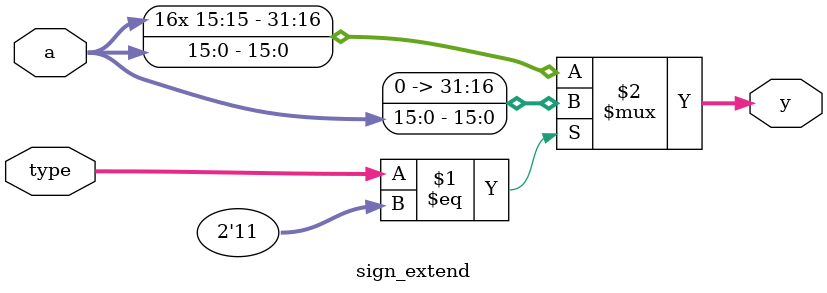
<source format=v>
`timescale 1ns / 1ps

// signed extend and unsigned (for immediate instrution) extend
module sign_extend(input wire[15:0] a,input wire[1:0] type, output wire[31:0] y);
assign y=(type==2'b11)?{{16{1'b0}},a}:{{16{a[15]}},a};
endmodule

</source>
